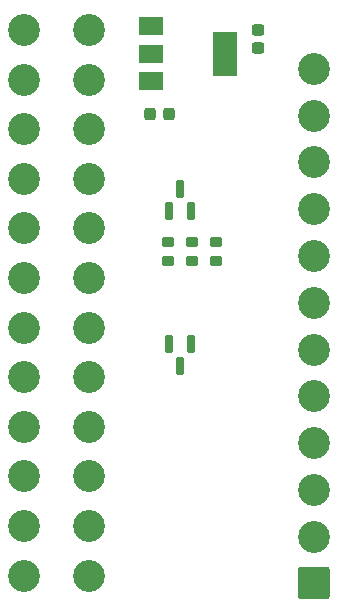
<source format=gbr>
%TF.GenerationSoftware,KiCad,Pcbnew,(6.0.7)*%
%TF.CreationDate,2023-01-08T15:04:34+11:00*%
%TF.ProjectId,Xbox_ATX,58626f78-5f41-4545-982e-6b696361645f,rev?*%
%TF.SameCoordinates,Original*%
%TF.FileFunction,Soldermask,Top*%
%TF.FilePolarity,Negative*%
%FSLAX46Y46*%
G04 Gerber Fmt 4.6, Leading zero omitted, Abs format (unit mm)*
G04 Created by KiCad (PCBNEW (6.0.7)) date 2023-01-08 15:04:34*
%MOMM*%
%LPD*%
G01*
G04 APERTURE LIST*
G04 Aperture macros list*
%AMRoundRect*
0 Rectangle with rounded corners*
0 $1 Rounding radius*
0 $2 $3 $4 $5 $6 $7 $8 $9 X,Y pos of 4 corners*
0 Add a 4 corners polygon primitive as box body*
4,1,4,$2,$3,$4,$5,$6,$7,$8,$9,$2,$3,0*
0 Add four circle primitives for the rounded corners*
1,1,$1+$1,$2,$3*
1,1,$1+$1,$4,$5*
1,1,$1+$1,$6,$7*
1,1,$1+$1,$8,$9*
0 Add four rect primitives between the rounded corners*
20,1,$1+$1,$2,$3,$4,$5,0*
20,1,$1+$1,$4,$5,$6,$7,0*
20,1,$1+$1,$6,$7,$8,$9,0*
20,1,$1+$1,$8,$9,$2,$3,0*%
G04 Aperture macros list end*
%ADD10C,2.700000*%
%ADD11RoundRect,0.213608X1.136392X-1.136392X1.136392X1.136392X-1.136392X1.136392X-1.136392X-1.136392X0*%
%ADD12RoundRect,0.250000X-0.250000X-0.275000X0.250000X-0.275000X0.250000X0.275000X-0.250000X0.275000X0*%
%ADD13RoundRect,0.175000X-0.175000X0.625000X-0.175000X-0.625000X0.175000X-0.625000X0.175000X0.625000X0*%
%ADD14RoundRect,0.225000X0.275000X-0.225000X0.275000X0.225000X-0.275000X0.225000X-0.275000X-0.225000X0*%
%ADD15RoundRect,0.175000X0.175000X-0.625000X0.175000X0.625000X-0.175000X0.625000X-0.175000X-0.625000X0*%
%ADD16RoundRect,0.250000X-0.275000X0.250000X-0.275000X-0.250000X0.275000X-0.250000X0.275000X0.250000X0*%
%ADD17RoundRect,0.225000X-0.275000X0.225000X-0.275000X-0.225000X0.275000X-0.225000X0.275000X0.225000X0*%
%ADD18R,2.000000X1.500000*%
%ADD19R,2.000000X3.800000*%
G04 APERTURE END LIST*
D10*
%TO.C,J2*%
X173900000Y-80040000D03*
X173900000Y-84000000D03*
X173900000Y-87960000D03*
X173900000Y-91920000D03*
X173900000Y-95880000D03*
X173900000Y-99840000D03*
X173900000Y-103800000D03*
X173900000Y-107760000D03*
X173900000Y-111720000D03*
X173900000Y-115680000D03*
X173900000Y-119640000D03*
D11*
X173900000Y-123600000D03*
%TD*%
D12*
%TO.C,C1*%
X160057800Y-83820000D03*
X161607800Y-83820000D03*
%TD*%
D10*
%TO.C,J1*%
X149352000Y-122936000D03*
X149352000Y-118736000D03*
X149352000Y-114536000D03*
X149352000Y-110336000D03*
X149352000Y-106136000D03*
X149352000Y-101936000D03*
X149352000Y-97736000D03*
X149352000Y-93536000D03*
X149352000Y-89336000D03*
X149352000Y-85136000D03*
X149352000Y-80936000D03*
X149352000Y-76736000D03*
X154852000Y-122936000D03*
X154852000Y-118736000D03*
X154852000Y-114536000D03*
X154852000Y-110336000D03*
X154852000Y-106136000D03*
X154852000Y-101936000D03*
X154852000Y-97736000D03*
X154852000Y-93536000D03*
X154852000Y-89336000D03*
X154852000Y-85136000D03*
X154852000Y-80936000D03*
X154852000Y-76736000D03*
%TD*%
D13*
%TO.C,Q1*%
X162560000Y-105204500D03*
X161610000Y-103329500D03*
X163510000Y-103329500D03*
%TD*%
D14*
%TO.C,R1*%
X165608000Y-96329000D03*
X165608000Y-94679000D03*
%TD*%
D15*
%TO.C,Q2*%
X162560000Y-90170000D03*
X163510000Y-92045000D03*
X161610000Y-92045000D03*
%TD*%
D14*
%TO.C,R3*%
X161544000Y-96329000D03*
X161544000Y-94679000D03*
%TD*%
D16*
%TO.C,C2*%
X169164000Y-76725000D03*
X169164000Y-78275000D03*
%TD*%
D17*
%TO.C,R2*%
X163576000Y-96329000D03*
X163576000Y-94679000D03*
%TD*%
D18*
%TO.C,U1*%
X160070000Y-76440000D03*
D19*
X166370000Y-78740000D03*
D18*
X160070000Y-78740000D03*
X160070000Y-81040000D03*
%TD*%
M02*

</source>
